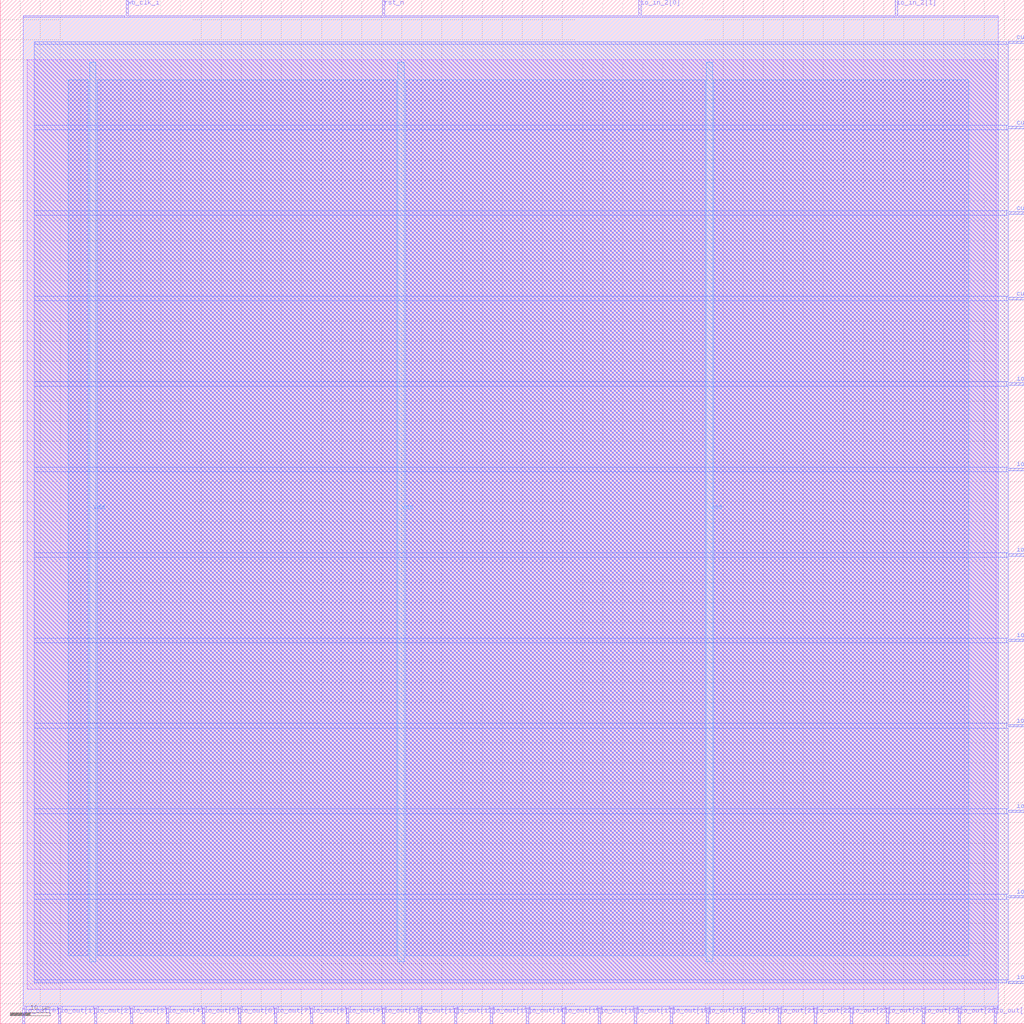
<source format=lef>
VERSION 5.7 ;
  NOWIREEXTENSIONATPIN ON ;
  DIVIDERCHAR "/" ;
  BUSBITCHARS "[]" ;
MACRO wrapped_ay8913
  CLASS BLOCK ;
  FOREIGN wrapped_ay8913 ;
  ORIGIN 0.000 0.000 ;
  SIZE 255.000 BY 255.000 ;
  PIN custom_settings[0]
    DIRECTION INPUT ;
    USE SIGNAL ;
    ANTENNAGATEAREA 0.741000 ;
    ANTENNADIFFAREA 0.410400 ;
    PORT
      LAYER Metal3 ;
        RECT 251.000 180.320 255.000 180.880 ;
    END
  END custom_settings[0]
  PIN custom_settings[1]
    DIRECTION INPUT ;
    USE SIGNAL ;
    ANTENNAGATEAREA 0.726000 ;
    ANTENNADIFFAREA 0.410400 ;
    PORT
      LAYER Metal3 ;
        RECT 251.000 201.600 255.000 202.160 ;
    END
  END custom_settings[1]
  PIN custom_settings[2]
    DIRECTION INPUT ;
    USE SIGNAL ;
    PORT
      LAYER Metal3 ;
        RECT 251.000 222.880 255.000 223.440 ;
    END
  END custom_settings[2]
  PIN custom_settings[3]
    DIRECTION INPUT ;
    USE SIGNAL ;
    ANTENNAGATEAREA 0.726000 ;
    ANTENNADIFFAREA 0.410400 ;
    PORT
      LAYER Metal3 ;
        RECT 251.000 244.160 255.000 244.720 ;
    END
  END custom_settings[3]
  PIN io_in_1[0]
    DIRECTION INPUT ;
    USE SIGNAL ;
    ANTENNAGATEAREA 0.726000 ;
    ANTENNADIFFAREA 0.410400 ;
    PORT
      LAYER Metal3 ;
        RECT 251.000 10.080 255.000 10.640 ;
    END
  END io_in_1[0]
  PIN io_in_1[1]
    DIRECTION INPUT ;
    USE SIGNAL ;
    ANTENNAGATEAREA 0.726000 ;
    ANTENNADIFFAREA 0.410400 ;
    PORT
      LAYER Metal3 ;
        RECT 251.000 31.360 255.000 31.920 ;
    END
  END io_in_1[1]
  PIN io_in_1[2]
    DIRECTION INPUT ;
    USE SIGNAL ;
    ANTENNAGATEAREA 0.726000 ;
    ANTENNADIFFAREA 0.410400 ;
    PORT
      LAYER Metal3 ;
        RECT 251.000 52.640 255.000 53.200 ;
    END
  END io_in_1[2]
  PIN io_in_1[3]
    DIRECTION INPUT ;
    USE SIGNAL ;
    ANTENNAGATEAREA 0.498500 ;
    ANTENNADIFFAREA 0.410400 ;
    PORT
      LAYER Metal3 ;
        RECT 251.000 73.920 255.000 74.480 ;
    END
  END io_in_1[3]
  PIN io_in_1[4]
    DIRECTION INPUT ;
    USE SIGNAL ;
    ANTENNAGATEAREA 0.726000 ;
    ANTENNADIFFAREA 0.410400 ;
    PORT
      LAYER Metal3 ;
        RECT 251.000 95.200 255.000 95.760 ;
    END
  END io_in_1[4]
  PIN io_in_1[5]
    DIRECTION INPUT ;
    USE SIGNAL ;
    ANTENNAGATEAREA 0.726000 ;
    ANTENNADIFFAREA 0.410400 ;
    PORT
      LAYER Metal3 ;
        RECT 251.000 116.480 255.000 117.040 ;
    END
  END io_in_1[5]
  PIN io_in_1[6]
    DIRECTION INPUT ;
    USE SIGNAL ;
    ANTENNAGATEAREA 0.726000 ;
    ANTENNADIFFAREA 0.410400 ;
    PORT
      LAYER Metal3 ;
        RECT 251.000 137.760 255.000 138.320 ;
    END
  END io_in_1[6]
  PIN io_in_1[7]
    DIRECTION INPUT ;
    USE SIGNAL ;
    ANTENNAGATEAREA 0.726000 ;
    ANTENNADIFFAREA 0.410400 ;
    PORT
      LAYER Metal3 ;
        RECT 251.000 159.040 255.000 159.600 ;
    END
  END io_in_1[7]
  PIN io_in_2[0]
    DIRECTION INPUT ;
    USE SIGNAL ;
    ANTENNAGATEAREA 1.102000 ;
    ANTENNADIFFAREA 0.410400 ;
    PORT
      LAYER Metal2 ;
        RECT 159.040 251.000 159.600 255.000 ;
    END
  END io_in_2[0]
  PIN io_in_2[1]
    DIRECTION INPUT ;
    USE SIGNAL ;
    ANTENNAGATEAREA 0.726000 ;
    ANTENNADIFFAREA 0.410400 ;
    PORT
      LAYER Metal2 ;
        RECT 222.880 251.000 223.440 255.000 ;
    END
  END io_in_2[1]
  PIN io_out[0]
    DIRECTION OUTPUT TRISTATE ;
    USE SIGNAL ;
    ANTENNADIFFAREA 0.360800 ;
    PORT
      LAYER Metal2 ;
        RECT 5.600 0.000 6.160 4.000 ;
    END
  END io_out[0]
  PIN io_out[10]
    DIRECTION OUTPUT TRISTATE ;
    USE SIGNAL ;
    ANTENNADIFFAREA 4.731200 ;
    PORT
      LAYER Metal2 ;
        RECT 95.200 0.000 95.760 4.000 ;
    END
  END io_out[10]
  PIN io_out[11]
    DIRECTION OUTPUT TRISTATE ;
    USE SIGNAL ;
    ANTENNADIFFAREA 4.731200 ;
    PORT
      LAYER Metal2 ;
        RECT 104.160 0.000 104.720 4.000 ;
    END
  END io_out[11]
  PIN io_out[12]
    DIRECTION OUTPUT TRISTATE ;
    USE SIGNAL ;
    ANTENNADIFFAREA 0.360800 ;
    PORT
      LAYER Metal2 ;
        RECT 113.120 0.000 113.680 4.000 ;
    END
  END io_out[12]
  PIN io_out[13]
    DIRECTION OUTPUT TRISTATE ;
    USE SIGNAL ;
    ANTENNADIFFAREA 0.360800 ;
    PORT
      LAYER Metal2 ;
        RECT 122.080 0.000 122.640 4.000 ;
    END
  END io_out[13]
  PIN io_out[14]
    DIRECTION OUTPUT TRISTATE ;
    USE SIGNAL ;
    ANTENNADIFFAREA 0.360800 ;
    PORT
      LAYER Metal2 ;
        RECT 131.040 0.000 131.600 4.000 ;
    END
  END io_out[14]
  PIN io_out[15]
    DIRECTION OUTPUT TRISTATE ;
    USE SIGNAL ;
    ANTENNADIFFAREA 0.360800 ;
    PORT
      LAYER Metal2 ;
        RECT 140.000 0.000 140.560 4.000 ;
    END
  END io_out[15]
  PIN io_out[16]
    DIRECTION OUTPUT TRISTATE ;
    USE SIGNAL ;
    ANTENNADIFFAREA 0.360800 ;
    PORT
      LAYER Metal2 ;
        RECT 148.960 0.000 149.520 4.000 ;
    END
  END io_out[16]
  PIN io_out[17]
    DIRECTION OUTPUT TRISTATE ;
    USE SIGNAL ;
    ANTENNADIFFAREA 4.731200 ;
    PORT
      LAYER Metal2 ;
        RECT 157.920 0.000 158.480 4.000 ;
    END
  END io_out[17]
  PIN io_out[18]
    DIRECTION OUTPUT TRISTATE ;
    USE SIGNAL ;
    ANTENNADIFFAREA 4.731200 ;
    PORT
      LAYER Metal2 ;
        RECT 166.880 0.000 167.440 4.000 ;
    END
  END io_out[18]
  PIN io_out[19]
    DIRECTION OUTPUT TRISTATE ;
    USE SIGNAL ;
    ANTENNADIFFAREA 4.731200 ;
    PORT
      LAYER Metal2 ;
        RECT 175.840 0.000 176.400 4.000 ;
    END
  END io_out[19]
  PIN io_out[1]
    DIRECTION OUTPUT TRISTATE ;
    USE SIGNAL ;
    ANTENNADIFFAREA 0.360800 ;
    PORT
      LAYER Metal2 ;
        RECT 14.560 0.000 15.120 4.000 ;
    END
  END io_out[1]
  PIN io_out[20]
    DIRECTION OUTPUT TRISTATE ;
    USE SIGNAL ;
    ANTENNADIFFAREA 4.731200 ;
    PORT
      LAYER Metal2 ;
        RECT 184.800 0.000 185.360 4.000 ;
    END
  END io_out[20]
  PIN io_out[21]
    DIRECTION OUTPUT TRISTATE ;
    USE SIGNAL ;
    ANTENNADIFFAREA 4.731200 ;
    PORT
      LAYER Metal2 ;
        RECT 193.760 0.000 194.320 4.000 ;
    END
  END io_out[21]
  PIN io_out[22]
    DIRECTION OUTPUT TRISTATE ;
    USE SIGNAL ;
    ANTENNADIFFAREA 0.360800 ;
    PORT
      LAYER Metal2 ;
        RECT 202.720 0.000 203.280 4.000 ;
    END
  END io_out[22]
  PIN io_out[23]
    DIRECTION OUTPUT TRISTATE ;
    USE SIGNAL ;
    ANTENNADIFFAREA 0.360800 ;
    PORT
      LAYER Metal2 ;
        RECT 211.680 0.000 212.240 4.000 ;
    END
  END io_out[23]
  PIN io_out[24]
    DIRECTION OUTPUT TRISTATE ;
    USE SIGNAL ;
    ANTENNADIFFAREA 0.360800 ;
    PORT
      LAYER Metal2 ;
        RECT 220.640 0.000 221.200 4.000 ;
    END
  END io_out[24]
  PIN io_out[25]
    DIRECTION OUTPUT TRISTATE ;
    USE SIGNAL ;
    ANTENNADIFFAREA 0.360800 ;
    PORT
      LAYER Metal2 ;
        RECT 229.600 0.000 230.160 4.000 ;
    END
  END io_out[25]
  PIN io_out[26]
    DIRECTION OUTPUT TRISTATE ;
    USE SIGNAL ;
    ANTENNADIFFAREA 0.360800 ;
    PORT
      LAYER Metal2 ;
        RECT 238.560 0.000 239.120 4.000 ;
    END
  END io_out[26]
  PIN io_out[27]
    DIRECTION OUTPUT TRISTATE ;
    USE SIGNAL ;
    ANTENNADIFFAREA 0.360800 ;
    PORT
      LAYER Metal2 ;
        RECT 247.520 0.000 248.080 4.000 ;
    END
  END io_out[27]
  PIN io_out[2]
    DIRECTION OUTPUT TRISTATE ;
    USE SIGNAL ;
    ANTENNADIFFAREA 0.360800 ;
    PORT
      LAYER Metal2 ;
        RECT 23.520 0.000 24.080 4.000 ;
    END
  END io_out[2]
  PIN io_out[3]
    DIRECTION OUTPUT TRISTATE ;
    USE SIGNAL ;
    ANTENNADIFFAREA 0.360800 ;
    PORT
      LAYER Metal2 ;
        RECT 32.480 0.000 33.040 4.000 ;
    END
  END io_out[3]
  PIN io_out[4]
    DIRECTION OUTPUT TRISTATE ;
    USE SIGNAL ;
    ANTENNADIFFAREA 0.360800 ;
    PORT
      LAYER Metal2 ;
        RECT 41.440 0.000 42.000 4.000 ;
    END
  END io_out[4]
  PIN io_out[5]
    DIRECTION OUTPUT TRISTATE ;
    USE SIGNAL ;
    ANTENNADIFFAREA 0.360800 ;
    PORT
      LAYER Metal2 ;
        RECT 50.400 0.000 50.960 4.000 ;
    END
  END io_out[5]
  PIN io_out[6]
    DIRECTION OUTPUT TRISTATE ;
    USE SIGNAL ;
    ANTENNADIFFAREA 0.360800 ;
    PORT
      LAYER Metal2 ;
        RECT 59.360 0.000 59.920 4.000 ;
    END
  END io_out[6]
  PIN io_out[7]
    DIRECTION OUTPUT TRISTATE ;
    USE SIGNAL ;
    ANTENNADIFFAREA 0.360800 ;
    PORT
      LAYER Metal2 ;
        RECT 68.320 0.000 68.880 4.000 ;
    END
  END io_out[7]
  PIN io_out[8]
    DIRECTION OUTPUT TRISTATE ;
    USE SIGNAL ;
    ANTENNADIFFAREA 4.731200 ;
    PORT
      LAYER Metal2 ;
        RECT 77.280 0.000 77.840 4.000 ;
    END
  END io_out[8]
  PIN io_out[9]
    DIRECTION OUTPUT TRISTATE ;
    USE SIGNAL ;
    ANTENNADIFFAREA 4.731200 ;
    PORT
      LAYER Metal2 ;
        RECT 86.240 0.000 86.800 4.000 ;
    END
  END io_out[9]
  PIN rst_n
    DIRECTION INPUT ;
    USE SIGNAL ;
    ANTENNAGATEAREA 1.102000 ;
    ANTENNADIFFAREA 0.410400 ;
    PORT
      LAYER Metal2 ;
        RECT 95.200 251.000 95.760 255.000 ;
    END
  END rst_n
  PIN vdd
    DIRECTION INOUT ;
    USE POWER ;
    PORT
      LAYER Metal4 ;
        RECT 22.240 15.380 23.840 239.420 ;
    END
    PORT
      LAYER Metal4 ;
        RECT 175.840 15.380 177.440 239.420 ;
    END
  END vdd
  PIN vss
    DIRECTION INOUT ;
    USE GROUND ;
    PORT
      LAYER Metal4 ;
        RECT 99.040 15.380 100.640 239.420 ;
    END
  END vss
  PIN wb_clk_i
    DIRECTION INPUT ;
    USE SIGNAL ;
    ANTENNAGATEAREA 4.738000 ;
    ANTENNADIFFAREA 0.410400 ;
    PORT
      LAYER Metal2 ;
        RECT 31.360 251.000 31.920 255.000 ;
    END
  END wb_clk_i
  OBS
      LAYER Metal1 ;
        RECT 6.720 8.550 248.080 240.090 ;
      LAYER Metal2 ;
        RECT 5.740 250.700 31.060 251.000 ;
        RECT 32.220 250.700 94.900 251.000 ;
        RECT 96.060 250.700 158.740 251.000 ;
        RECT 159.900 250.700 222.580 251.000 ;
        RECT 223.740 250.700 248.500 251.000 ;
        RECT 5.740 4.300 248.500 250.700 ;
        RECT 6.460 3.500 14.260 4.300 ;
        RECT 15.420 3.500 23.220 4.300 ;
        RECT 24.380 3.500 32.180 4.300 ;
        RECT 33.340 3.500 41.140 4.300 ;
        RECT 42.300 3.500 50.100 4.300 ;
        RECT 51.260 3.500 59.060 4.300 ;
        RECT 60.220 3.500 68.020 4.300 ;
        RECT 69.180 3.500 76.980 4.300 ;
        RECT 78.140 3.500 85.940 4.300 ;
        RECT 87.100 3.500 94.900 4.300 ;
        RECT 96.060 3.500 103.860 4.300 ;
        RECT 105.020 3.500 112.820 4.300 ;
        RECT 113.980 3.500 121.780 4.300 ;
        RECT 122.940 3.500 130.740 4.300 ;
        RECT 131.900 3.500 139.700 4.300 ;
        RECT 140.860 3.500 148.660 4.300 ;
        RECT 149.820 3.500 157.620 4.300 ;
        RECT 158.780 3.500 166.580 4.300 ;
        RECT 167.740 3.500 175.540 4.300 ;
        RECT 176.700 3.500 184.500 4.300 ;
        RECT 185.660 3.500 193.460 4.300 ;
        RECT 194.620 3.500 202.420 4.300 ;
        RECT 203.580 3.500 211.380 4.300 ;
        RECT 212.540 3.500 220.340 4.300 ;
        RECT 221.500 3.500 229.300 4.300 ;
        RECT 230.460 3.500 238.260 4.300 ;
        RECT 239.420 3.500 247.220 4.300 ;
        RECT 248.380 3.500 248.500 4.300 ;
      LAYER Metal3 ;
        RECT 8.490 243.860 250.700 244.580 ;
        RECT 8.490 223.740 251.000 243.860 ;
        RECT 8.490 222.580 250.700 223.740 ;
        RECT 8.490 202.460 251.000 222.580 ;
        RECT 8.490 201.300 250.700 202.460 ;
        RECT 8.490 181.180 251.000 201.300 ;
        RECT 8.490 180.020 250.700 181.180 ;
        RECT 8.490 159.900 251.000 180.020 ;
        RECT 8.490 158.740 250.700 159.900 ;
        RECT 8.490 138.620 251.000 158.740 ;
        RECT 8.490 137.460 250.700 138.620 ;
        RECT 8.490 117.340 251.000 137.460 ;
        RECT 8.490 116.180 250.700 117.340 ;
        RECT 8.490 96.060 251.000 116.180 ;
        RECT 8.490 94.900 250.700 96.060 ;
        RECT 8.490 74.780 251.000 94.900 ;
        RECT 8.490 73.620 250.700 74.780 ;
        RECT 8.490 53.500 251.000 73.620 ;
        RECT 8.490 52.340 250.700 53.500 ;
        RECT 8.490 32.220 251.000 52.340 ;
        RECT 8.490 31.060 250.700 32.220 ;
        RECT 8.490 10.940 251.000 31.060 ;
        RECT 8.490 10.220 250.700 10.940 ;
      LAYER Metal4 ;
        RECT 16.940 16.890 21.940 235.110 ;
        RECT 24.140 16.890 98.740 235.110 ;
        RECT 100.940 16.890 175.540 235.110 ;
        RECT 177.740 16.890 241.220 235.110 ;
  END
END wrapped_ay8913
END LIBRARY


</source>
